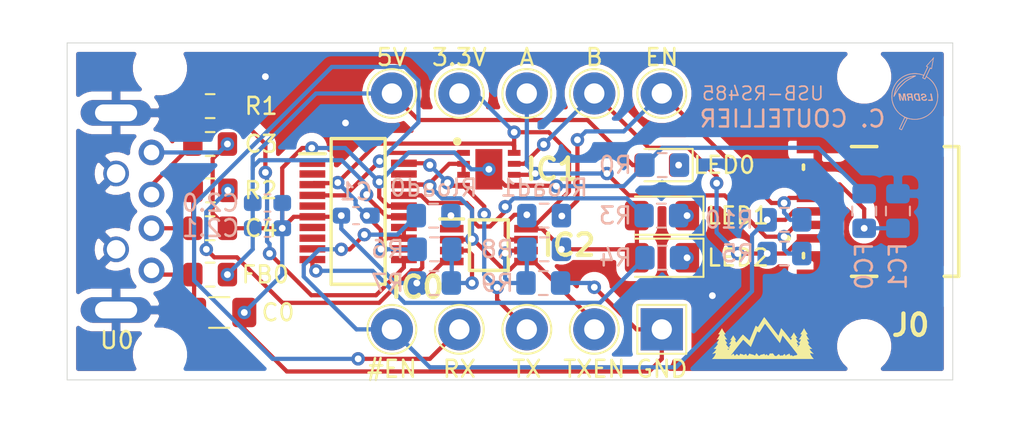
<source format=kicad_pcb>
(kicad_pcb (version 20171130) (host pcbnew "(5.1.0)-1")
  (layers (0 F.Cu signal) (31 B.Cu signal) (34 B.Paste user) (35 F.Paste user) (36 B.SilkS user) (37 F.SilkS user) (38 B.Mask user) (39 F.Mask user) (44 Edge.Cuts user))
  (net 0 "")
  (net 1 "Net-(A0-Pad1)")
  (net 2 "Net-(B0-Pad1)")
  (net 3 "Net-(C0-Pad1)")
  (net 4 GND)
  (net 5 /3.3V)
  (net 6 /5V)
  (net 7 /D+)
  (net 8 /D-)
  (net 9 /ENABLE)
  (net 10 "Net-(FC0-Pad1)")
  (net 11 /SHIELD)
  (net 12 "Net-(IC0-Pad1)")
  (net 13 "Net-(IC0-Pad2)")
  (net 14 "Net-(IC0-Pad4)")
  (net 15 "Net-(IC0-Pad5)")
  (net 16 "Net-(IC0-Pad7)")
  (net 17 "Net-(IC0-Pad8)")
  (net 18 "Net-(IC0-Pad9)")
  (net 19 "Net-(IC0-Pad10)")
  (net 20 "Net-(IC0-Pad11)")
  (net 21 "Net-(IC0-Pad12)")
  (net 22 "Net-(IC0-Pad17)")
  (net 23 /TXDEN)
  (net 24 "Net-(IC0-Pad19)")
  (net 25 "Net-(IC0-Pad20)")
  (net 26 "Net-(IC2-Pad1)")
  (net 27 "Net-(IC2-Pad3)")
  (net 28 "Net-(IC2-Pad6)")
  (net 29 "Net-(IC2-Pad7)")
  (net 30 /#ENABLE)
  (net 31 "Net-(LED0-Pad1)")
  (net 32 "Net-(LED1-Pad1)")
  (net 33 "Net-(LED2-Pad1)")
  (module Desktop:LSDRMpcb (layer B.Cu) (at 152.75 95.5 180)
    (fp_text reference G*** hide)
    (fp_text value LOGO hide)
  )
  (module Desktop:Mountain (layer F.Cu) (at 143.75 110)
    (fp_text reference G*** hide)
    (fp_text value LOGO hide)
  )
  (module MountingHole:MountingHole_2.2mm_M2 (layer F.Cu) (at 108 111)
    (fp_text reference REF**)
    (fp_text value MountingHole_2.2mm_M2)
    (pad 1 np_thru_hole circle (at 0 0) (size 2.2 2.2) (drill 2.2) (layers *.Cu *.Mask))
  )
  (module MountingHole:MountingHole_2.2mm_M2 (layer F.Cu) (at 108 94)
    (fp_text reference REF**)
    (fp_text value MountingHole_2.2mm_M2)
    (pad 1 np_thru_hole circle (at 0 0) (size 2.2 2.2) (drill 2.2) (layers *.Cu *.Mask))
  )
  (module MountingHole:MountingHole_2.2mm_M2 (layer F.Cu) (at 149.75 94.5)
    (fp_text reference REF**)
    (fp_text value MountingHole_2.2mm_M2)
    (pad 1 np_thru_hole circle (at 0 0) (size 2.2 2.2) (drill 2.2) (layers *.Cu *.Mask))
  )
  (module MountingHole:MountingHole_2.2mm_M2 (layer F.Cu) (at 149.75 110.5)
    (fp_text reference REF**)
    (fp_text value MountingHole_2.2mm_M2)
    (pad "" np_thru_hole circle (at 0 0) (size 2.2 2.2) (drill 2.2) (layers *.Cu *.Mask))
  )
  (module TestPoint:TestPoint_THTPad_D2.5mm_Drill1.2mm (layer F.Cu) (at 129.75 95.5)
    (fp_text reference A (at 0 -2.148) (layer F.SilkS))
    (fp_text value TestPoint)
    (pad 1 thru_hole circle (at 0 0) (size 2.5 2.5) (drill 1.2) (layers *.Cu *.Mask) (net 1 "Net-(A0-Pad1)"))
  )
  (module TestPoint:TestPoint_THTPad_D2.5mm_Drill1.2mm (layer F.Cu) (at 133.75 95.5)
    (fp_text reference B (at 0 -2.148) (layer F.SilkS))
    (fp_text value TestPoint)
    (pad 1 thru_hole circle (at 0 0) (size 2.5 2.5) (drill 1.2) (layers *.Cu *.Mask) (net 2 "Net-(B0-Pad1)"))
  )
  (module Capacitor_SMD:C_1206_3216Metric_Pad1.42x1.75mm_HandSolder (layer F.Cu) (at 111.5125 108.5)
    (fp_text reference C0 (at 3.4875 0) (layer F.SilkS))
    (fp_text value 10n)
    (pad 1 smd roundrect (at -1.4875 0) (size 1.425 1.75) (layers F.Cu F.Paste F.Mask) (roundrect_rratio 0.175439) (net 3 "Net-(C0-Pad1)"))
    (pad 2 smd roundrect (at 1.4875 0) (size 1.425 1.75) (layers F.Cu F.Paste F.Mask) (roundrect_rratio 0.175439) (net 4 GND))
  )
  (module Capacitor_SMD:C_0603_1608Metric_Pad1.05x0.95mm_HandSolder (layer B.Cu) (at 119.625 102.75 180)
    (fp_text reference C1 (at 0 1.43 180) (layer B.SilkS) (effects (justify mirror)))
    (fp_text value 0.1u)
    (pad 2 smd roundrect (at 0.875 0 180) (size 1.05 0.95) (layers B.Cu B.Paste B.Mask) (net 4 GND))
    (pad 1 smd roundrect (at -0.875 0 180) (size 1.05 0.95) (layers B.Cu B.Paste B.Mask) (net 5 /3.3V))
  )
  (module Capacitor_SMD:C_0603_1608Metric_Pad1.05x0.95mm_HandSolder (layer B.Cu) (at 114.375 103.5)
    (fp_text reference C2.1 (at -3.375 0) (layer B.SilkS) (effects (justify mirror)))
    (fp_text value 0.1u)
    (pad 1 smd roundrect (at -0.875 0) (size 1.05 0.95) (layers B.Cu B.Paste B.Mask) (net 6 /5V))
    (pad 2 smd roundrect (at 0.875 0) (size 1.05 0.95) (layers B.Cu B.Paste B.Mask) (net 4 GND))
  )
  (module Capacitor_SMD:C_0603_1608Metric_Pad1.05x0.95mm_HandSolder (layer B.Cu) (at 114.375 102)
    (fp_text reference C2.0 (at -3.375 0) (layer B.SilkS) (effects (justify mirror)))
    (fp_text value 4.7u)
    (pad 1 smd roundrect (at -0.875 0) (size 1.05 0.95) (layers B.Cu B.Paste B.Mask) (net 6 /5V))
    (pad 2 smd roundrect (at 0.875 0) (size 1.05 0.95) (layers B.Cu B.Paste B.Mask) (net 4 GND))
  )
  (module Capacitor_SMD:C_0805_2012Metric_Pad1.15x1.40mm_HandSolder (layer F.Cu) (at 110.975 98.5 180)
    (fp_text reference C3 (at -3.025 0 180) (layer F.SilkS))
    (fp_text value 47p)
    (pad 2 smd roundrect (at 1.025 0 180) (size 1.15 1.4) (layers F.Cu F.Paste F.Mask) (roundrect_rratio 0.217391) (net 7 /D+))
    (pad 1 smd roundrect (at -1.025 0 180) (size 1.15 1.4) (layers F.Cu F.Paste F.Mask) (roundrect_rratio 0.217391) (net 4 GND))
  )
  (module Capacitor_SMD:C_0805_2012Metric_Pad1.15x1.40mm_HandSolder (layer F.Cu) (at 110.975 103.5)
    (fp_text reference C4 (at 3.025 0) (layer F.SilkS))
    (fp_text value 47p)
    (pad 1 smd roundrect (at -1.025 0) (size 1.15 1.4) (layers F.Cu F.Paste F.Mask) (roundrect_rratio 0.217391) (net 8 /D-))
    (pad 2 smd roundrect (at 1.025 0) (size 1.15 1.4) (layers F.Cu F.Paste F.Mask) (roundrect_rratio 0.217391) (net 4 GND))
  )
  (module TestPoint:TestPoint_THTPad_D2.5mm_Drill1.2mm (layer F.Cu) (at 137.75 95.5)
    (fp_text reference EN (at 0 -2.148) (layer F.SilkS))
    (fp_text value TestPoint)
    (pad 1 thru_hole circle (at 0 0) (size 2.5 2.5) (drill 1.2) (layers *.Cu *.Mask) (net 9 /ENABLE))
  )
  (module Inductor_SMD:L_0805_2012Metric_Pad1.15x1.40mm_HandSolder (layer F.Cu) (at 110.975 106.25 180)
    (fp_text reference FB0 (at -3.275 0 180) (layer F.SilkS))
    (fp_text value Ferrite_Bead_Small)
    (pad 1 smd roundrect (at -1.025 0 180) (size 1.15 1.4) (layers F.Cu F.Paste F.Mask) (roundrect_rratio 0.217391) (net 6 /5V))
    (pad 2 smd roundrect (at 1.025 0 180) (size 1.15 1.4) (layers F.Cu F.Paste F.Mask) (roundrect_rratio 0.217391) (net 3 "Net-(C0-Pad1)"))
  )
  (module Resistor_SMD:R_0805_2012Metric_Pad1.15x1.40mm_HandSolder (layer B.Cu) (at 149.75 102.475 90)
    (fp_text reference FC0 (at -3.275 0 90) (layer B.SilkS) (effects (justify mirror)))
    (fp_text value R)
    (pad 2 smd roundrect (at 1.025 0 90) (size 1.15 1.4) (layers B.Cu B.Paste B.Mask) (roundrect_rratio 0.217391) (net 4 GND))
    (pad 1 smd roundrect (at -1.025 0 90) (size 1.15 1.4) (layers B.Cu B.Paste B.Mask) (roundrect_rratio 0.217391) (net 10 "Net-(FC0-Pad1)"))
  )
  (module Resistor_SMD:R_0805_2012Metric_Pad1.15x1.40mm_HandSolder (layer B.Cu) (at 151.75 102.475 90)
    (fp_text reference FC1 (at -3.275 0 90) (layer B.SilkS) (effects (justify mirror)))
    (fp_text value R)
    (pad 1 smd roundrect (at -1.025 0 90) (size 1.15 1.4) (layers B.Cu B.Paste B.Mask) (roundrect_rratio 0.217391) (net 10 "Net-(FC0-Pad1)"))
    (pad 2 smd roundrect (at 1.025 0 90) (size 1.15 1.4) (layers B.Cu B.Paste B.Mask) (roundrect_rratio 0.217391) (net 11 /SHIELD))
  )
  (module TestPoint:TestPoint_THTPad_2.5x2.5mm_Drill1.2mm (layer F.Cu) (at 137.75 109.5)
    (fp_text reference GND (at 0 2.352) (layer F.SilkS))
    (fp_text value TestPoint)
    (pad 1 thru_hole rect (at 0 0) (size 2.5 2.5) (drill 1.2) (layers *.Cu *.Mask) (net 4 GND))
  )
  (module SamacSys_Parts:SOP64P599X175-20N (layer F.Cu) (at 119.75 102.5)
    (fp_text reference IC0 (at 3.5 4.5) (layer F.SilkS) (effects (font (size 1.27 1.27) (thickness 0.254))))
    (fp_text value FT231XS-R hide)
    (pad 1 smd rect (at -2.712 -2.858 90) (size 0.435 1.526) (layers F.Cu F.Paste F.Mask) (net 12 "Net-(IC0-Pad1)"))
    (pad 2 smd rect (at -2.712 -2.222 90) (size 0.435 1.526) (layers F.Cu F.Paste F.Mask) (net 13 "Net-(IC0-Pad2)"))
    (pad 3 smd rect (at -2.712 -1.588 90) (size 0.435 1.526) (layers F.Cu F.Paste F.Mask) (net 5 /3.3V))
    (pad 4 smd rect (at -2.712 -0.952 90) (size 0.435 1.526) (layers F.Cu F.Paste F.Mask) (net 14 "Net-(IC0-Pad4)"))
    (pad 5 smd rect (at -2.712 -0.318 90) (size 0.435 1.526) (layers F.Cu F.Paste F.Mask) (net 15 "Net-(IC0-Pad5)"))
    (pad 6 smd rect (at -2.712 0.318 90) (size 0.435 1.526) (layers F.Cu F.Paste F.Mask) (net 4 GND))
    (pad 7 smd rect (at -2.712 0.952 90) (size 0.435 1.526) (layers F.Cu F.Paste F.Mask) (net 16 "Net-(IC0-Pad7)"))
    (pad 8 smd rect (at -2.712 1.588 90) (size 0.435 1.526) (layers F.Cu F.Paste F.Mask) (net 17 "Net-(IC0-Pad8)"))
    (pad 9 smd rect (at -2.712 2.222 90) (size 0.435 1.526) (layers F.Cu F.Paste F.Mask) (net 18 "Net-(IC0-Pad9)"))
    (pad 10 smd rect (at -2.712 2.858 90) (size 0.435 1.526) (layers F.Cu F.Paste F.Mask) (net 19 "Net-(IC0-Pad10)"))
    (pad 11 smd rect (at 2.712 2.858 90) (size 0.435 1.526) (layers F.Cu F.Paste F.Mask) (net 20 "Net-(IC0-Pad11)"))
    (pad 12 smd rect (at 2.712 2.222 90) (size 0.435 1.526) (layers F.Cu F.Paste F.Mask) (net 21 "Net-(IC0-Pad12)"))
    (pad 13 smd rect (at 2.712 1.588 90) (size 0.435 1.526) (layers F.Cu F.Paste F.Mask) (net 5 /3.3V))
    (pad 14 smd rect (at 2.712 0.952 90) (size 0.435 1.526) (layers F.Cu F.Paste F.Mask) (net 5 /3.3V))
    (pad 15 smd rect (at 2.712 0.318 90) (size 0.435 1.526) (layers F.Cu F.Paste F.Mask) (net 6 /5V))
    (pad 16 smd rect (at 2.712 -0.318 90) (size 0.435 1.526) (layers F.Cu F.Paste F.Mask) (net 4 GND))
    (pad 17 smd rect (at 2.712 -0.952 90) (size 0.435 1.526) (layers F.Cu F.Paste F.Mask) (net 22 "Net-(IC0-Pad17)"))
    (pad 18 smd rect (at 2.712 -1.588 90) (size 0.435 1.526) (layers F.Cu F.Paste F.Mask) (net 23 /TXDEN))
    (pad 19 smd rect (at 2.712 -2.222 90) (size 0.435 1.526) (layers F.Cu F.Paste F.Mask) (net 24 "Net-(IC0-Pad19)"))
    (pad 20 smd rect (at 2.712 -2.858 90) (size 0.435 1.526) (layers F.Cu F.Paste F.Mask) (net 25 "Net-(IC0-Pad20)"))
  )
  (module SamacSys_Parts:SON65P300X300X80-9N (layer F.Cu) (at 127.5 100)
    (fp_text reference IC1 (at 3.75 0) (layer F.SilkS) (effects (font (size 1.27 1.27) (thickness 0.254))))
    (fp_text value MAX14840EATA+ hide)
    (pad 1 smd rect (at -1.5 -0.975 90) (size 0.35 0.75) (layers F.Cu F.Paste F.Mask) (net 14 "Net-(IC0-Pad4)"))
    (pad 2 smd rect (at -1.5 -0.325 90) (size 0.35 0.75) (layers F.Cu F.Paste F.Mask) (net 23 /TXDEN))
    (pad 3 smd rect (at -1.5 0.325 90) (size 0.35 0.75) (layers F.Cu F.Paste F.Mask) (net 23 /TXDEN))
    (pad 4 smd rect (at -1.5 0.975 90) (size 0.35 0.75) (layers F.Cu F.Paste F.Mask) (net 25 "Net-(IC0-Pad20)"))
    (pad 5 smd rect (at 1.5 0.975 90) (size 0.35 0.75) (layers F.Cu F.Paste F.Mask) (net 4 GND))
    (pad 6 smd rect (at 1.5 0.325 90) (size 0.35 0.75) (layers F.Cu F.Paste F.Mask) (net 1 "Net-(A0-Pad1)"))
    (pad 7 smd rect (at 1.5 -0.325 90) (size 0.35 0.75) (layers F.Cu F.Paste F.Mask) (net 2 "Net-(B0-Pad1)"))
    (pad 8 smd rect (at 1.5 -0.975 90) (size 0.35 0.75) (layers F.Cu F.Paste F.Mask) (net 5 /3.3V))
    (pad 9 smd rect (at 0 0) (size 1.6 2.4) (layers F.Cu F.Paste F.Mask) (net 4 GND))
  )
  (module SamacSys_Parts:SOP65P490X110-8N (layer F.Cu) (at 127.5 104.5)
    (fp_text reference IC2 (at 4.75 0) (layer F.SilkS) (effects (font (size 1.27 1.27) (thickness 0.254))))
    (fp_text value NCS20032DMR2G hide)
    (pad 1 smd rect (at -2.2 -0.975 90) (size 0.45 1.4) (layers F.Cu F.Paste F.Mask) (net 26 "Net-(IC2-Pad1)"))
    (pad 2 smd rect (at -2.2 -0.325 90) (size 0.45 1.4) (layers F.Cu F.Paste F.Mask) (net 23 /TXDEN))
    (pad 3 smd rect (at -2.2 0.325 90) (size 0.45 1.4) (layers F.Cu F.Paste F.Mask) (net 27 "Net-(IC2-Pad3)"))
    (pad 4 smd rect (at -2.2 0.975 90) (size 0.45 1.4) (layers F.Cu F.Paste F.Mask) (net 4 GND))
    (pad 5 smd rect (at 2.2 0.975 90) (size 0.45 1.4) (layers F.Cu F.Paste F.Mask) (net 23 /TXDEN))
    (pad 6 smd rect (at 2.2 0.325 90) (size 0.45 1.4) (layers F.Cu F.Paste F.Mask) (net 28 "Net-(IC2-Pad6)"))
    (pad 7 smd rect (at 2.2 -0.325 90) (size 0.45 1.4) (layers F.Cu F.Paste F.Mask) (net 29 "Net-(IC2-Pad7)"))
    (pad 8 smd rect (at 2.2 -0.975 90) (size 0.45 1.4) (layers F.Cu F.Paste F.Mask) (net 5 /3.3V))
  )
  (module TestPoint:TestPoint_THTPad_D2.5mm_Drill1.2mm (layer F.Cu) (at 121.75 109.5)
    (fp_text reference "#EN" (at 0 2.352) (layer F.SilkS))
    (fp_text value TestPoint)
    (pad 1 thru_hole circle (at 0 0) (size 2.5 2.5) (drill 1.2) (layers *.Cu *.Mask) (net 30 /#ENABLE))
  )
  (module SamacSys_Parts:USB206605RBHM15STB0000A (layer F.Cu) (at 152.5 102.5 90)
    (fp_text reference J0 (at -6.75 0 180) (layer F.SilkS) (effects (font (size 1.27 1.27) (thickness 0.254))))
    (fp_text value USB2066-05-RBHM-15-STB-00-00-A hide)
    (pad 1 smd rect (at -1.6 -5.6 90) (size 0.5 2.3) (layers F.Cu F.Paste F.Mask) (net 2 "Net-(B0-Pad1)"))
    (pad 2 smd rect (at -0.8 -5.6 90) (size 0.5 2.3) (layers F.Cu F.Paste F.Mask) (net 1 "Net-(A0-Pad1)"))
    (pad 3 smd rect (at 0 -5.6 90) (size 0.5 2.3) (layers F.Cu F.Paste F.Mask) (net 30 /#ENABLE))
    (pad 4 smd rect (at 0.8 -5.6 90) (size 0.5 2.3) (layers F.Cu F.Paste F.Mask) (net 9 /ENABLE))
    (pad 5 smd rect (at 1.6 -5.6 90) (size 0.5 2.3) (layers F.Cu F.Paste F.Mask) (net 10 "Net-(FC0-Pad1)"))
    (pad MP1 smd rect (at -4.45 -5.5 90) (size 2 2.5) (layers F.Cu F.Paste F.Mask) (net 11 /SHIELD))
    (pad MP2 smd rect (at 4.45 -5.5 90) (size 2 2.5) (layers F.Cu F.Paste F.Mask) (net 11 /SHIELD))
    (pad MP3 smd rect (at 4.45 0 90) (size 2 2.5) (layers F.Cu F.Paste F.Mask) (net 11 /SHIELD))
    (pad MP4 smd rect (at -4.45 0 90) (size 2 2.5) (layers F.Cu F.Paste F.Mask) (net 11 /SHIELD))
  )
  (module LED_SMD:LED_0805_2012Metric_Pad1.15x1.40mm_HandSolder (layer F.Cu) (at 137.725 99.75 180)
    (fp_text reference LED0 (at -3.725 0 180) (layer F.SilkS))
    (fp_text value "LG R971")
    (pad 1 smd roundrect (at -1.025 0 180) (size 1.15 1.4) (layers F.Cu F.Paste F.Mask) (roundrect_rratio 0.217391) (net 31 "Net-(LED0-Pad1)"))
    (pad 2 smd roundrect (at 1.025 0 180) (size 1.15 1.4) (layers F.Cu F.Paste F.Mask) (roundrect_rratio 0.217391) (net 6 /5V))
  )
  (module LED_SMD:LED_1206_3216Metric_Pad1.42x1.75mm_HandSolder (layer F.Cu) (at 137.7625 102.75 180)
    (fp_text reference LED1 (at -4.5125 0 180) (layer F.SilkS))
    (fp_text value KP-3216SURC)
    (pad 1 smd roundrect (at -1.4875 0 180) (size 1.425 1.75) (layers F.Cu F.Paste F.Mask) (roundrect_rratio 0.175439) (net 32 "Net-(LED1-Pad1)"))
    (pad 2 smd roundrect (at 1.4875 0 180) (size 1.425 1.75) (layers F.Cu F.Paste F.Mask) (roundrect_rratio 0.175439) (net 5 /3.3V))
  )
  (module LED_SMD:LED_1206_3216Metric_Pad1.42x1.75mm_HandSolder (layer F.Cu) (at 137.7625 105.25 180)
    (fp_text reference LED2 (at -4.5125 0 180) (layer F.SilkS))
    (fp_text value KP-3216SURC)
    (pad 2 smd roundrect (at 1.4875 0 180) (size 1.425 1.75) (layers F.Cu F.Paste F.Mask) (roundrect_rratio 0.175439) (net 5 /3.3V))
    (pad 1 smd roundrect (at -1.4875 0 180) (size 1.425 1.75) (layers F.Cu F.Paste F.Mask) (roundrect_rratio 0.175439) (net 33 "Net-(LED2-Pad1)"))
  )
  (module TestPoint:TestPoint_THTPad_D2.5mm_Drill1.2mm (layer F.Cu) (at 121.75 95.5)
    (fp_text reference 5V (at 0 -2.148) (layer F.SilkS))
    (fp_text value TestPoint)
    (pad 1 thru_hole circle (at 0 0) (size 2.5 2.5) (drill 1.2) (layers *.Cu *.Mask) (net 6 /5V))
  )
  (module TestPoint:TestPoint_THTPad_D2.5mm_Drill1.2mm (layer F.Cu) (at 125.75 95.5)
    (fp_text reference 3.3V (at 0 -2.148) (layer F.SilkS))
    (fp_text value TestPoint)
    (pad 1 thru_hole circle (at 0 0) (size 2.5 2.5) (drill 1.2) (layers *.Cu *.Mask) (net 5 /3.3V))
  )
  (module Resistor_SMD:R_0805_2012Metric_Pad1.15x1.40mm_HandSolder (layer B.Cu) (at 137.775 99.75)
    (fp_text reference R0 (at -2.775 0) (layer B.SilkS) (effects (justify mirror)))
    (fp_text value 130)
    (pad 2 smd roundrect (at 1.025 0) (size 1.15 1.4) (layers B.Cu B.Paste B.Mask) (roundrect_rratio 0.217391) (net 31 "Net-(LED0-Pad1)"))
    (pad 1 smd roundrect (at -1.025 0) (size 1.15 1.4) (layers B.Cu B.Paste B.Mask) (roundrect_rratio 0.217391) (net 4 GND))
  )
  (module Resistor_SMD:R_0805_2012Metric_Pad1.15x1.40mm_HandSolder (layer F.Cu) (at 110.975 96.25 180)
    (fp_text reference R1 (at -3.025 0 180) (layer F.SilkS))
    (fp_text value 27)
    (pad 1 smd roundrect (at -1.025 0 180) (size 1.15 1.4) (layers F.Cu F.Paste F.Mask) (roundrect_rratio 0.217391) (net 20 "Net-(IC0-Pad11)"))
    (pad 2 smd roundrect (at 1.025 0 180) (size 1.15 1.4) (layers F.Cu F.Paste F.Mask) (roundrect_rratio 0.217391) (net 7 /D+))
  )
  (module Resistor_SMD:R_0805_2012Metric_Pad1.15x1.40mm_HandSolder (layer F.Cu) (at 111 101.25 180)
    (fp_text reference R2 (at -2.975 0 180) (layer F.SilkS))
    (fp_text value 27)
    (pad 2 smd roundrect (at 1.025 0 180) (size 1.15 1.4) (layers F.Cu F.Paste F.Mask) (roundrect_rratio 0.217391) (net 8 /D-))
    (pad 1 smd roundrect (at -1.025 0 180) (size 1.15 1.4) (layers F.Cu F.Paste F.Mask) (roundrect_rratio 0.217391) (net 21 "Net-(IC0-Pad12)"))
  )
  (module Resistor_SMD:R_0805_2012Metric_Pad1.15x1.40mm_HandSolder (layer B.Cu) (at 137.725 102.75)
    (fp_text reference R3 (at -2.725 0) (layer B.SilkS) (effects (justify mirror)))
    (fp_text value 68)
    (pad 1 smd roundrect (at -1.025 0) (size 1.15 1.4) (layers B.Cu B.Paste B.Mask) (roundrect_rratio 0.217391) (net 22 "Net-(IC0-Pad17)"))
    (pad 2 smd roundrect (at 1.025 0) (size 1.15 1.4) (layers B.Cu B.Paste B.Mask) (roundrect_rratio 0.217391) (net 32 "Net-(LED1-Pad1)"))
  )
  (module Resistor_SMD:R_0805_2012Metric_Pad1.15x1.40mm_HandSolder (layer B.Cu) (at 137.775 105.25)
    (fp_text reference R4 (at -2.775 0) (layer B.SilkS) (effects (justify mirror)))
    (fp_text value 68)
    (pad 1 smd roundrect (at -1.025 0) (size 1.15 1.4) (layers B.Cu B.Paste B.Mask) (roundrect_rratio 0.217391) (net 19 "Net-(IC0-Pad10)"))
    (pad 2 smd roundrect (at 1.025 0) (size 1.15 1.4) (layers B.Cu B.Paste B.Mask) (roundrect_rratio 0.217391) (net 33 "Net-(LED2-Pad1)"))
  )
  (module Resistor_SMD:R_0805_2012Metric_Pad1.15x1.40mm_HandSolder (layer B.Cu) (at 145.025 105)
    (fp_text reference R5 (at -2.775 0) (layer B.SilkS) (effects (justify mirror)))
    (fp_text value 120)
    (pad 2 smd roundrect (at 1.025 0) (size 1.15 1.4) (layers B.Cu B.Paste B.Mask) (roundrect_rratio 0.217391) (net 1 "Net-(A0-Pad1)"))
    (pad 1 smd roundrect (at -1.025 0) (size 1.15 1.4) (layers B.Cu B.Paste B.Mask) (roundrect_rratio 0.217391) (net 2 "Net-(B0-Pad1)"))
  )
  (module Resistor_SMD:R_0805_2012Metric_Pad1.15x1.40mm_HandSolder (layer B.Cu) (at 124.275 104.75 180)
    (fp_text reference R6 (at 2.775 0 180) (layer B.SilkS) (effects (justify mirror)))
    (fp_text value 1M)
    (pad 2 smd roundrect (at 1.025 0 180) (size 1.15 1.4) (layers B.Cu B.Paste B.Mask) (roundrect_rratio 0.217391) (net 5 /3.3V))
    (pad 1 smd roundrect (at -1.025 0 180) (size 1.15 1.4) (layers B.Cu B.Paste B.Mask) (roundrect_rratio 0.217391) (net 27 "Net-(IC2-Pad3)"))
  )
  (module Resistor_SMD:R_0805_2012Metric_Pad1.15x1.40mm_HandSolder (layer B.Cu) (at 124.25 106.75 180)
    (fp_text reference R7 (at 2.75 0 180) (layer B.SilkS) (effects (justify mirror)))
    (fp_text value 1M)
    (pad 1 smd roundrect (at -1.025 0 180) (size 1.15 1.4) (layers B.Cu B.Paste B.Mask) (roundrect_rratio 0.217391) (net 27 "Net-(IC2-Pad3)"))
    (pad 2 smd roundrect (at 1.025 0 180) (size 1.15 1.4) (layers B.Cu B.Paste B.Mask) (roundrect_rratio 0.217391) (net 4 GND))
  )
  (module Resistor_SMD:R_0805_2012Metric_Pad1.15x1.40mm_HandSolder (layer B.Cu) (at 130.775 104.75 180)
    (fp_text reference R8 (at 2.775 0 180) (layer B.SilkS) (effects (justify mirror)))
    (fp_text value 1M)
    (pad 2 smd roundrect (at 1.025 0 180) (size 1.15 1.4) (layers B.Cu B.Paste B.Mask) (roundrect_rratio 0.217391) (net 28 "Net-(IC2-Pad6)"))
    (pad 1 smd roundrect (at -1.025 0 180) (size 1.15 1.4) (layers B.Cu B.Paste B.Mask) (roundrect_rratio 0.217391) (net 5 /3.3V))
  )
  (module Resistor_SMD:R_0805_2012Metric_Pad1.15x1.40mm_HandSolder (layer B.Cu) (at 130.725 106.75)
    (fp_text reference R9 (at -2.725 0) (layer B.SilkS) (effects (justify mirror)))
    (fp_text value 1M)
    (pad 1 smd roundrect (at -1.025 0) (size 1.15 1.4) (layers B.Cu B.Paste B.Mask) (roundrect_rratio 0.217391) (net 28 "Net-(IC2-Pad6)"))
    (pad 2 smd roundrect (at 1.025 0) (size 1.15 1.4) (layers B.Cu B.Paste B.Mask) (roundrect_rratio 0.217391) (net 4 GND))
  )
  (module Resistor_SMD:R_0805_2012Metric_Pad1.15x1.40mm_HandSolder (layer B.Cu) (at 145.025 103)
    (fp_text reference R10 (at -3.275 0) (layer B.SilkS) (effects (justify mirror)))
    (fp_text value 120)
    (pad 1 smd roundrect (at -1.025 0) (size 1.15 1.4) (layers B.Cu B.Paste B.Mask) (roundrect_rratio 0.217391) (net 30 /#ENABLE))
    (pad 2 smd roundrect (at 1.025 0) (size 1.15 1.4) (layers B.Cu B.Paste B.Mask) (roundrect_rratio 0.217391) (net 9 /ENABLE))
  )
  (module Resistor_SMD:R_0805_2012Metric_Pad1.15x1.40mm_HandSolder (layer B.Cu) (at 124.225 102.75 180)
    (fp_text reference Rload0 (at 0 1.65 180) (layer B.SilkS) (effects (justify mirror)))
    (fp_text value 10k)
    (pad 1 smd roundrect (at -1.025 0 180) (size 1.15 1.4) (layers B.Cu B.Paste B.Mask) (roundrect_rratio 0.217391) (net 26 "Net-(IC2-Pad1)"))
    (pad 2 smd roundrect (at 1.025 0 180) (size 1.15 1.4) (layers B.Cu B.Paste B.Mask) (roundrect_rratio 0.217391) (net 30 /#ENABLE))
  )
  (module Resistor_SMD:R_0805_2012Metric_Pad1.15x1.40mm_HandSolder (layer B.Cu) (at 130.775 102.75 180)
    (fp_text reference Rload1 (at 0 1.65 180) (layer B.SilkS) (effects (justify mirror)))
    (fp_text value 10k)
    (pad 2 smd roundrect (at 1.025 0 180) (size 1.15 1.4) (layers B.Cu B.Paste B.Mask) (roundrect_rratio 0.217391) (net 29 "Net-(IC2-Pad7)"))
    (pad 1 smd roundrect (at -1.025 0 180) (size 1.15 1.4) (layers B.Cu B.Paste B.Mask) (roundrect_rratio 0.217391) (net 9 /ENABLE))
  )
  (module TestPoint:TestPoint_THTPad_D2.5mm_Drill1.2mm (layer F.Cu) (at 125.75 109.5)
    (fp_text reference RX (at 0 2.352) (layer F.SilkS))
    (fp_text value TestPoint)
    (pad 1 thru_hole circle (at 0 0) (size 2.5 2.5) (drill 1.2) (layers *.Cu *.Mask) (net 14 "Net-(IC0-Pad4)"))
  )
  (module TestPoint:TestPoint_THTPad_D2.5mm_Drill1.2mm (layer F.Cu) (at 133.75 109.5)
    (fp_text reference TXEN (at 0 2.352) (layer F.SilkS))
    (fp_text value TestPoint)
    (pad 1 thru_hole circle (at 0 0) (size 2.5 2.5) (drill 1.2) (layers *.Cu *.Mask) (net 23 /TXDEN))
  )
  (module TestPoint:TestPoint_THTPad_D2.5mm_Drill1.2mm (layer F.Cu) (at 129.75 109.5)
    (fp_text reference TX (at 0 2.352) (layer F.SilkS))
    (fp_text value TestPoint)
    (pad 1 thru_hole circle (at 0 0) (size 2.5 2.5) (drill 1.2) (layers *.Cu *.Mask) (net 25 "Net-(IC0-Pad20)"))
  )
  (module SamacSys_Parts:MC32603 (layer F.Cu) (at 107.5 102.5 270)
    (fp_text reference U0 (at 7.65 2.05) (layer F.SilkS))
    (fp_text value MC32603)
    (pad 3 thru_hole circle (at -1 0 270) (size 1.524 1.524) (drill 0.92) (layers *.Cu *.Mask) (net 7 /D+))
    (pad 2 thru_hole circle (at 1 0 270) (size 1.524 1.524) (drill 0.92) (layers *.Cu *.Mask) (net 8 /D-))
    (pad 4 thru_hole circle (at -3.5 0 270) (size 1.524 1.524) (drill 0.92) (layers *.Cu *.Mask) (net 4 GND))
    (pad 1 thru_hole circle (at 3.5 0 270) (size 1.524 1.524) (drill 0.92) (layers *.Cu *.Mask) (net 3 "Net-(C0-Pad1)"))
    (pad 5 thru_hole circle (at -2.25 2.1 270) (size 1.524 1.524) (drill 1.1) (layers *.Cu *.Mask) (net 11 /SHIELD))
    (pad 5 thru_hole circle (at 2.25 2.1 270) (size 1.524 1.524) (drill 1.1) (layers *.Cu *.Mask) (net 11 /SHIELD))
    (pad 5 thru_hole oval (at 5.85 2.1 270) (size 1.524 4.2) (drill oval 1 2.5) (layers *.Cu *.Mask) (net 11 /SHIELD))
    (pad 5 thru_hole oval (at -5.85 2.1 270) (size 1.524 4.2) (drill oval 1 2.5) (layers *.Cu *.Mask) (net 11 /SHIELD))
  )
  (gr_text "C. COUTELLIER" (at 145.5 97) (layer B.SilkS) (effects (font (size 1 1)) (justify mirror)))
  (gr_text USB-RS485 (at 143.75 95.5) (layer B.SilkS) (effects (font (size 0.8 0.8) (thickness 0.1)) (justify mirror)))
  (gr_line (start 155 112.5) (end 102.5 112.5) (layer Edge.Cuts) (width 0.05))
  (gr_line (start 155 92.5) (end 155 112.5) (layer Edge.Cuts) (width 0.05))
  (gr_line (start 102.5 92.5) (end 155 92.5) (layer Edge.Cuts) (width 0.05))
  (gr_line (start 102.5 92.5) (end 102.5 112.5) (layer Edge.Cuts) (width 0.05))
  (via (at 145 104) (size 0.8) (drill 0.4) (layers F.Cu B.Cu) (net 1))
  (segment (start 146.9 103.3) (end 145.7 103.3) (width 0.25) (layer F.Cu) (net 1))
  (segment (start 145.7 103.3) (end 145 104) (width 0.25) (layer F.Cu) (net 1))
  (segment (start 145 104) (end 145 104.75) (width 0.25) (layer B.Cu) (net 1))
  (segment (start 145.25 105) (end 146.05 105) (width 0.25) (layer B.Cu) (net 1))
  (segment (start 145 104.75) (end 145.25 105) (width 0.25) (layer B.Cu) (net 1))
  (via (at 130.25 100.25) (size 0.8) (drill 0.4) (layers F.Cu B.Cu) (net 1))
  (segment (start 129 100.325) (end 130.175 100.325) (width 0.25) (layer F.Cu) (net 1))
  (segment (start 130.175 100.325) (end 130.25 100.25) (width 0.25) (layer F.Cu) (net 1))
  (segment (start 129.75 99.75) (end 129.75 95.5) (width 0.25) (layer B.Cu) (net 1))
  (segment (start 130.25 100.25) (end 129.75 99.75) (width 0.25) (layer B.Cu) (net 1))
  (via (at 134.5 100.25) (size 0.8) (drill 0.4) (layers F.Cu B.Cu) (net 1))
  (segment (start 130.25 100.25) (end 134.5 100.25) (width 0.25) (layer B.Cu) (net 1))
  (segment (start 144.434315 104) (end 145 104) (width 0.25) (layer F.Cu) (net 1))
  (segment (start 143.926998 104) (end 144.434315 104) (width 0.25) (layer F.Cu) (net 1))
  (segment (start 141.476988 101.54999) (end 143.926998 104) (width 0.25) (layer F.Cu) (net 1))
  (segment (start 135.79999 101.54999) (end 141.476988 101.54999) (width 0.25) (layer F.Cu) (net 1))
  (segment (start 134.5 100.25) (end 135.79999 101.54999) (width 0.25) (layer F.Cu) (net 1))
  (via (at 144 105) (size 0.8) (drill 0.4) (layers F.Cu B.Cu) (net 2))
  (segment (start 145.1 105) (end 144 105) (width 0.25) (layer F.Cu) (net 2))
  (segment (start 146 104.1) (end 145.1 105) (width 0.25) (layer F.Cu) (net 2))
  (segment (start 146.9 104.1) (end 146 104.1) (width 0.25) (layer F.Cu) (net 2))
  (via (at 130.749848 98.525153) (size 0.8) (drill 0.4) (layers F.Cu B.Cu) (net 2))
  (segment (start 129 99.675) (end 129.600001 99.675) (width 0.25) (layer F.Cu) (net 2))
  (segment (start 129.600001 99.675) (end 130.749848 98.525153) (width 0.25) (layer F.Cu) (net 2))
  (segment (start 133.75 95.525001) (end 133.75 95.5) (width 0.25) (layer B.Cu) (net 2))
  (segment (start 130.749848 98.525153) (end 133.75 95.525001) (width 0.25) (layer B.Cu) (net 2))
  (via (at 141 100.82499) (size 0.8) (drill 0.4) (layers F.Cu B.Cu) (net 2))
  (segment (start 141 100.41181) (end 141 100.82499) (width 0.25) (layer F.Cu) (net 2))
  (segment (start 139.31318 98.72499) (end 141 100.41181) (width 0.25) (layer F.Cu) (net 2))
  (segment (start 133.75 95.5) (end 136.97499 98.72499) (width 0.25) (layer F.Cu) (net 2))
  (segment (start 136.97499 98.72499) (end 139.31318 98.72499) (width 0.25) (layer F.Cu) (net 2))
  (via (at 142.25 105) (size 0.8) (drill 0.4) (layers F.Cu B.Cu) (net 2))
  (segment (start 141 100.82499) (end 141 103.75) (width 0.25) (layer B.Cu) (net 2))
  (segment (start 141 103.75) (end 142.25 105) (width 0.25) (layer B.Cu) (net 2))
  (segment (start 142.25 105) (end 144 105) (width 0.25) (layer F.Cu) (net 2))
  (segment (start 110.025 106.325) (end 109.95 106.25) (width 0.25) (layer F.Cu) (net 3))
  (segment (start 110.025 108.5) (end 110.025 106.325) (width 0.25) (layer F.Cu) (net 3))
  (segment (start 107.75 106.25) (end 107.5 106) (width 0.25) (layer F.Cu) (net 3))
  (segment (start 109.95 106.25) (end 107.75 106.25) (width 0.25) (layer F.Cu) (net 3))
  (segment (start 115.25 102) (end 115.25 103.5) (width 0.25) (layer B.Cu) (net 4))
  (via (at 113 108.5) (size 0.8) (drill 0.4) (layers F.Cu B.Cu) (net 4))
  (segment (start 115.25 103.5) (end 115.25 106.25) (width 0.25) (layer B.Cu) (net 4))
  (segment (start 115.25 106.25) (end 113 108.5) (width 0.25) (layer B.Cu) (net 4))
  (via (at 112 98.5) (size 0.8) (drill 0.4) (layers F.Cu B.Cu) (net 4))
  (segment (start 107.5 99) (end 111.5 99) (width 0.25) (layer B.Cu) (net 4))
  (segment (start 111.5 99) (end 112 98.5) (width 0.25) (layer B.Cu) (net 4))
  (segment (start 111.376628 99.123372) (end 112 98.5) (width 0.25) (layer F.Cu) (net 4))
  (segment (start 111.12499 99.37501) (end 111.376628 99.123372) (width 0.25) (layer F.Cu) (net 4))
  (segment (start 111.12499 102.62499) (end 111.12499 99.37501) (width 0.25) (layer F.Cu) (net 4))
  (segment (start 112 103.5) (end 111.12499 102.62499) (width 0.25) (layer F.Cu) (net 4))
  (via (at 115.25 103.5) (size 0.8) (drill 0.4) (layers F.Cu B.Cu) (net 4))
  (segment (start 112 103.5) (end 115.25 103.5) (width 0.25) (layer F.Cu) (net 4))
  (segment (start 115.932 102.818) (end 115.25 103.5) (width 0.25) (layer F.Cu) (net 4))
  (segment (start 117.038 102.818) (end 115.932 102.818) (width 0.25) (layer F.Cu) (net 4))
  (via (at 118.75 102.75) (size 0.8) (drill 0.4) (layers F.Cu B.Cu) (net 4))
  (segment (start 117.038 102.818) (end 118.682 102.818) (width 0.25) (layer F.Cu) (net 4))
  (segment (start 118.682 102.818) (end 118.75 102.75) (width 0.25) (layer F.Cu) (net 4))
  (segment (start 128.475 100.975) (end 129 100.975) (width 0.25) (layer F.Cu) (net 4))
  (segment (start 127.5 100) (end 128.475 100.975) (width 0.25) (layer F.Cu) (net 4))
  (via (at 123.225 106.75) (size 0.8) (drill 0.4) (layers F.Cu B.Cu) (net 4))
  (segment (start 123.55 106.75) (end 123.225 106.75) (width 0.25) (layer F.Cu) (net 4))
  (segment (start 124.825 105.475) (end 123.55 106.75) (width 0.25) (layer F.Cu) (net 4))
  (segment (start 125.3 105.475) (end 124.825 105.475) (width 0.25) (layer F.Cu) (net 4))
  (segment (start 122.55 106.75) (end 123.225 106.75) (width 0.25) (layer B.Cu) (net 4))
  (segment (start 121.967412 106.75) (end 122.55 106.75) (width 0.25) (layer B.Cu) (net 4))
  (segment (start 118.75 103.532588) (end 121.967412 106.75) (width 0.25) (layer B.Cu) (net 4))
  (segment (start 118.75 102.75) (end 118.75 103.532588) (width 0.25) (layer B.Cu) (net 4))
  (via (at 121 100.75) (size 0.8) (drill 0.4) (layers F.Cu B.Cu) (net 4))
  (segment (start 121 101.651502) (end 121 100.75) (width 0.25) (layer F.Cu) (net 4))
  (segment (start 122.462 102.182) (end 121.530498 102.182) (width 0.25) (layer F.Cu) (net 4))
  (segment (start 121.530498 102.182) (end 121 101.651502) (width 0.25) (layer F.Cu) (net 4))
  (via (at 117 98.736998) (size 0.8) (drill 0.4) (layers F.Cu B.Cu) (net 4))
  (segment (start 121 100.75) (end 118.986998 98.736998) (width 0.25) (layer B.Cu) (net 4))
  (segment (start 118.986998 98.736998) (end 117 98.736998) (width 0.25) (layer B.Cu) (net 4))
  (segment (start 115.25 99.921313) (end 115.25 103.5) (width 0.25) (layer F.Cu) (net 4))
  (segment (start 117 98.736998) (end 116.434315 98.736998) (width 0.25) (layer F.Cu) (net 4))
  (segment (start 116.434315 98.736998) (end 115.25 99.921313) (width 0.25) (layer F.Cu) (net 4))
  (via (at 127.5 100) (size 0.8) (drill 0.4) (layers F.Cu B.Cu) (net 4))
  (segment (start 129.025 101) (end 129 100.975) (width 0.25) (layer F.Cu) (net 4))
  (via (at 133.75 107) (size 0.8) (drill 0.4) (layers F.Cu B.Cu) (net 4))
  (segment (start 131.75 106.75) (end 133.5 106.75) (width 0.25) (layer B.Cu) (net 4))
  (segment (start 133.5 106.75) (end 133.75 107) (width 0.25) (layer B.Cu) (net 4))
  (segment (start 133.75 107) (end 136.25 109.5) (width 0.25) (layer F.Cu) (net 4))
  (via (at 131.5 100.99999) (size 0.8) (drill 0.4) (layers F.Cu B.Cu) (net 4))
  (segment (start 129 100.975) (end 131.47501 100.975) (width 0.25) (layer F.Cu) (net 4))
  (segment (start 131.47501 100.975) (end 131.5 100.99999) (width 0.25) (layer F.Cu) (net 4))
  (segment (start 131.5 100.99999) (end 135.50001 100.99999) (width 0.25) (layer B.Cu) (net 4))
  (segment (start 135.50001 100.99999) (end 136.75 99.75) (width 0.25) (layer B.Cu) (net 4))
  (segment (start 113 109.475) (end 115.525 112) (width 0.25) (layer F.Cu) (net 4))
  (segment (start 113 108.5) (end 113 109.475) (width 0.25) (layer F.Cu) (net 4))
  (segment (start 136.25 109.5) (end 137.75 109.5) (width 0.25) (layer F.Cu) (net 4))
  (segment (start 115.525 112) (end 137 112) (width 0.25) (layer F.Cu) (net 4))
  (segment (start 137.75 111.25) (end 137.75 109.5) (width 0.25) (layer F.Cu) (net 4))
  (segment (start 137 112) (end 137.75 111.25) (width 0.25) (layer F.Cu) (net 4))
  (segment (start 149.126628 100.826628) (end 149.75 101.45) (width 0.25) (layer B.Cu) (net 4))
  (segment (start 147.02499 98.72499) (end 149.126628 100.826628) (width 0.25) (layer B.Cu) (net 4))
  (segment (start 137.77501 98.72499) (end 147.02499 98.72499) (width 0.25) (layer B.Cu) (net 4))
  (segment (start 136.75 99.75) (end 137.77501 98.72499) (width 0.25) (layer B.Cu) (net 4))
  (segment (start 121 100.75) (end 122.75 99) (width 0.25) (layer B.Cu) (net 4))
  (segment (start 126.45 100) (end 127.5 100) (width 0.25) (layer B.Cu) (net 4))
  (segment (start 125.45 99) (end 126.45 100) (width 0.25) (layer B.Cu) (net 4))
  (segment (start 122.75 99) (end 125.45 99) (width 0.25) (layer B.Cu) (net 4))
  (via (at 120.25 102.75) (size 0.8) (drill 0.4) (layers F.Cu B.Cu) (net 5))
  (segment (start 122.462 103.452) (end 122.462 104.088) (width 0.25) (layer F.Cu) (net 5))
  (segment (start 117.127 100.823) (end 117.038 100.912) (width 0.25) (layer F.Cu) (net 5))
  (segment (start 118.510488 100.823) (end 117.127 100.823) (width 0.25) (layer F.Cu) (net 5))
  (segment (start 118.910487 100.423001) (end 118.541744 100.791744) (width 0.25) (layer F.Cu) (net 5))
  (segment (start 120.858489 98.474999) (end 118.910487 100.423001) (width 0.25) (layer F.Cu) (net 5))
  (segment (start 128.874999 98.474999) (end 120.858489 98.474999) (width 0.25) (layer F.Cu) (net 5))
  (segment (start 129 98.6) (end 128.874999 98.474999) (width 0.25) (layer F.Cu) (net 5))
  (segment (start 129 99.025) (end 129 98.6) (width 0.25) (layer F.Cu) (net 5))
  (segment (start 130.175 103.525) (end 129.7 103.525) (width 0.25) (layer F.Cu) (net 5))
  (via (at 131.8 104.75) (size 0.8) (drill 0.4) (layers F.Cu B.Cu) (net 5))
  (segment (start 131.8 104.675) (end 131.8 104.75) (width 0.25) (layer F.Cu) (net 5))
  (segment (start 130.65 103.525) (end 131.8 104.675) (width 0.25) (layer F.Cu) (net 5))
  (segment (start 129.7 103.525) (end 130.65 103.525) (width 0.25) (layer F.Cu) (net 5))
  (segment (start 135.775 104.75) (end 136.275 105.25) (width 0.25) (layer F.Cu) (net 5))
  (segment (start 131.8 104.75) (end 135.775 104.75) (width 0.25) (layer F.Cu) (net 5))
  (segment (start 136.275 102.75) (end 136.275 105.25) (width 0.25) (layer F.Cu) (net 5))
  (via (at 121.098998 104.746754) (size 0.8) (drill 0.4) (layers F.Cu B.Cu) (net 5))
  (segment (start 121.098998 104.438002) (end 121.098998 104.746754) (width 0.25) (layer F.Cu) (net 5))
  (segment (start 122.462 104.088) (end 121.449 104.088) (width 0.25) (layer F.Cu) (net 5))
  (segment (start 121.449 104.088) (end 121.098998 104.438002) (width 0.25) (layer F.Cu) (net 5))
  (segment (start 123.246754 104.746754) (end 123.25 104.75) (width 0.25) (layer B.Cu) (net 5))
  (segment (start 121.098998 104.746754) (end 123.246754 104.746754) (width 0.25) (layer B.Cu) (net 5))
  (via (at 129 97.800001) (size 0.8) (drill 0.4) (layers F.Cu B.Cu) (net 5))
  (segment (start 129 99.025) (end 129 97.800001) (width 0.25) (layer F.Cu) (net 5))
  (segment (start 126.699999 95.5) (end 125.75 95.5) (width 0.25) (layer B.Cu) (net 5))
  (segment (start 129 97.800001) (end 126.699999 95.5) (width 0.25) (layer B.Cu) (net 5))
  (segment (start 121.098998 103.598998) (end 120.25 102.75) (width 0.25) (layer F.Cu) (net 5))
  (segment (start 121.098998 104.746754) (end 121.098998 103.598998) (width 0.25) (layer F.Cu) (net 5))
  (segment (start 118.541744 100.791744) (end 118.510488 100.823) (width 0.25) (layer F.Cu) (net 5))
  (via (at 118.541744 100.791744) (size 0.8) (drill 0.4) (layers F.Cu B.Cu) (net 5))
  (segment (start 119.850001 102.350001) (end 120.25 102.75) (width 0.25) (layer B.Cu) (net 5))
  (segment (start 119.60001 102.10001) (end 119.850001 102.350001) (width 0.25) (layer B.Cu) (net 5))
  (segment (start 119.60001 101.85001) (end 119.60001 102.10001) (width 0.25) (layer B.Cu) (net 5))
  (segment (start 118.541744 100.791744) (end 119.60001 101.85001) (width 0.25) (layer B.Cu) (net 5))
  (segment (start 131.050001 97.800001) (end 129 97.800001) (width 0.25) (layer F.Cu) (net 5))
  (segment (start 132.25 99) (end 131.050001 97.800001) (width 0.25) (layer F.Cu) (net 5))
  (segment (start 130.047992 103.525) (end 132.25 101.322992) (width 0.25) (layer F.Cu) (net 5))
  (segment (start 129.7 103.525) (end 130.047992 103.525) (width 0.25) (layer F.Cu) (net 5))
  (segment (start 132.25 101.25) (end 132.25 99) (width 0.25) (layer F.Cu) (net 5))
  (segment (start 113.5 102) (end 113.5 103.5) (width 0.25) (layer B.Cu) (net 6))
  (via (at 112 106.25) (size 0.8) (drill 0.4) (layers F.Cu B.Cu) (net 6))
  (segment (start 113.5 103.5) (end 113.5 104.75) (width 0.25) (layer B.Cu) (net 6))
  (segment (start 113.5 104.75) (end 112 106.25) (width 0.25) (layer B.Cu) (net 6))
  (via (at 120.25 101.5) (size 0.8) (drill 0.4) (layers F.Cu B.Cu) (net 6))
  (segment (start 117.25 95.5) (end 121.75 95.5) (width 0.25) (layer B.Cu) (net 6))
  (segment (start 113.5 99.25) (end 117.25 95.5) (width 0.25) (layer B.Cu) (net 6))
  (segment (start 122.999999 96.749999) (end 121.75 95.5) (width 0.25) (layer F.Cu) (net 6))
  (segment (start 123.325001 97.075001) (end 122.999999 96.749999) (width 0.25) (layer F.Cu) (net 6))
  (segment (start 133.350001 97.075001) (end 123.325001 97.075001) (width 0.25) (layer F.Cu) (net 6))
  (segment (start 136.025 99.75) (end 133.350001 97.075001) (width 0.25) (layer F.Cu) (net 6))
  (segment (start 136.7 99.75) (end 136.025 99.75) (width 0.25) (layer F.Cu) (net 6))
  (segment (start 120.25 101.619) (end 120.25 101.5) (width 0.25) (layer F.Cu) (net 6))
  (segment (start 121.449 102.818) (end 120.25 101.619) (width 0.25) (layer F.Cu) (net 6))
  (segment (start 122.462 102.818) (end 121.449 102.818) (width 0.25) (layer F.Cu) (net 6))
  (segment (start 113.5 99.863997) (end 113.5 100) (width 0.25) (layer B.Cu) (net 6))
  (segment (start 113.901999 99.461998) (end 113.5 99.863997) (width 0.25) (layer B.Cu) (net 6))
  (segment (start 118.777683 99.461998) (end 113.901999 99.461998) (width 0.25) (layer B.Cu) (net 6))
  (segment (start 120.25 101.5) (end 120.25 100.934315) (width 0.25) (layer B.Cu) (net 6))
  (segment (start 120.25 100.934315) (end 118.777683 99.461998) (width 0.25) (layer B.Cu) (net 6))
  (segment (start 113.5 100) (end 113.5 99.25) (width 0.25) (layer B.Cu) (net 6))
  (segment (start 113.5 102) (end 113.5 100) (width 0.25) (layer B.Cu) (net 6))
  (segment (start 109.95 96.25) (end 109.95 98.5) (width 0.25) (layer F.Cu) (net 7))
  (segment (start 107.5 100.95) (end 107.5 101.5) (width 0.25) (layer F.Cu) (net 7))
  (segment (start 109.95 98.5) (end 107.5 100.95) (width 0.25) (layer F.Cu) (net 7))
  (segment (start 109.975 103.475) (end 109.95 103.5) (width 0.25) (layer F.Cu) (net 8))
  (segment (start 109.975 101.25) (end 109.975 103.475) (width 0.25) (layer F.Cu) (net 8))
  (segment (start 109.95 103.5) (end 107.5 103.5) (width 0.25) (layer F.Cu) (net 8))
  (via (at 145 102) (size 0.8) (drill 0.4) (layers F.Cu B.Cu) (net 9))
  (segment (start 146.9 101.7) (end 145.3 101.7) (width 0.25) (layer F.Cu) (net 9))
  (segment (start 145.3 101.7) (end 145 102) (width 0.25) (layer F.Cu) (net 9))
  (segment (start 145 102.565685) (end 145.184315 102.75) (width 0.25) (layer B.Cu) (net 9))
  (segment (start 145 102) (end 145 102.565685) (width 0.25) (layer B.Cu) (net 9))
  (segment (start 145.375 103) (end 146.05 103) (width 0.25) (layer B.Cu) (net 9))
  (segment (start 145.184315 102.809315) (end 145.375 103) (width 0.25) (layer B.Cu) (net 9))
  (segment (start 145.184315 102.75) (end 145.184315 102.809315) (width 0.25) (layer B.Cu) (net 9))
  (via (at 131.824149 102.774149) (size 0.8) (drill 0.4) (layers F.Cu B.Cu) (net 9))
  (segment (start 131.8 102.75) (end 131.824149 102.774149) (width 0.25) (layer B.Cu) (net 9))
  (via (at 132.75 98.25) (size 0.8) (drill 0.4) (layers F.Cu B.Cu) (net 9))
  (segment (start 131.824149 102.774149) (end 132.75 101.848298) (width 0.25) (layer F.Cu) (net 9))
  (segment (start 132.75 101.848298) (end 132.75 98.25) (width 0.25) (layer F.Cu) (net 9))
  (segment (start 132.75 98.25) (end 133.25 97.75) (width 0.25) (layer B.Cu) (net 9))
  (segment (start 135.5 97.75) (end 137.75 95.5) (width 0.25) (layer B.Cu) (net 9))
  (segment (start 133.25 97.75) (end 135.5 97.75) (width 0.25) (layer B.Cu) (net 9))
  (segment (start 144.25 102) (end 145 102) (width 0.25) (layer F.Cu) (net 9))
  (segment (start 137.75 95.5) (end 144.25 102) (width 0.25) (layer F.Cu) (net 9))
  (segment (start 151.75 103.5) (end 149.75 103.5) (width 0.25) (layer B.Cu) (net 10))
  (via (at 149.75 103.5) (size 0.8) (drill 0.4) (layers F.Cu B.Cu) (net 10))
  (segment (start 149.75 102.35) (end 149.75 103.5) (width 0.25) (layer F.Cu) (net 10))
  (segment (start 148.3 100.9) (end 149.75 102.35) (width 0.25) (layer F.Cu) (net 10))
  (segment (start 146.9 100.9) (end 148.3 100.9) (width 0.25) (layer F.Cu) (net 10))
  (via (at 140.75 107.5) (size 0.8) (drill 0.4) (layers F.Cu B.Cu) (net 11))
  (via (at 119 97.25) (size 0.8) (drill 0.4) (layers F.Cu B.Cu) (net 11))
  (via (at 114.25 94.5) (size 0.8) (drill 0.4) (layers F.Cu B.Cu) (net 11))
  (segment (start 118.051 101.548) (end 117.038 101.548) (width 0.25) (layer F.Cu) (net 14))
  (segment (start 118.990498 101.548) (end 118.051 101.548) (width 0.25) (layer F.Cu) (net 14))
  (segment (start 121.513498 99.025) (end 121.019249 99.519249) (width 0.25) (layer F.Cu) (net 14))
  (segment (start 126 99.025) (end 121.513498 99.025) (width 0.25) (layer F.Cu) (net 14))
  (segment (start 121.019249 99.519249) (end 118.990498 101.548) (width 0.25) (layer F.Cu) (net 14))
  (via (at 121.019249 99.519249) (size 0.8) (drill 0.4) (layers F.Cu B.Cu) (net 14))
  (via (at 119.75 111.25) (size 0.8) (drill 0.4) (layers F.Cu B.Cu) (net 14))
  (segment (start 114.676998 111.25) (end 119.75 111.25) (width 0.25) (layer B.Cu) (net 14))
  (segment (start 110.024999 106.598001) (end 114.676998 111.25) (width 0.25) (layer B.Cu) (net 14))
  (segment (start 121.019249 99.519249) (end 123.325001 97.213497) (width 0.25) (layer B.Cu) (net 14))
  (segment (start 123.325001 94.743999) (end 122.506001 93.924999) (width 0.25) (layer B.Cu) (net 14))
  (segment (start 122.506001 93.924999) (end 118.188591 93.924999) (width 0.25) (layer B.Cu) (net 14))
  (segment (start 118.188591 93.924999) (end 110.024999 102.088591) (width 0.25) (layer B.Cu) (net 14))
  (segment (start 123.325001 97.213497) (end 123.325001 94.743999) (width 0.25) (layer B.Cu) (net 14))
  (segment (start 110.024999 102.088591) (end 110.024999 106.598001) (width 0.25) (layer B.Cu) (net 14))
  (segment (start 124 111.25) (end 125.75 109.5) (width 0.25) (layer F.Cu) (net 14))
  (segment (start 119.75 111.25) (end 124 111.25) (width 0.25) (layer F.Cu) (net 14))
  (via (at 117.25 106.025) (size 0.8) (drill 0.4) (layers F.Cu B.Cu) (net 19))
  (segment (start 117.038 105.358) (end 117.038 105.813) (width 0.25) (layer F.Cu) (net 19))
  (segment (start 117.038 105.813) (end 117.25 106.025) (width 0.25) (layer F.Cu) (net 19))
  (segment (start 136.126628 105.873372) (end 136.75 105.25) (width 0.25) (layer B.Cu) (net 19))
  (segment (start 134.075001 107.924999) (end 136.126628 105.873372) (width 0.25) (layer B.Cu) (net 19))
  (segment (start 122.506001 107.924999) (end 134.075001 107.924999) (width 0.25) (layer B.Cu) (net 19))
  (segment (start 120.606002 106.025) (end 122.506001 107.924999) (width 0.25) (layer B.Cu) (net 19))
  (segment (start 117.25 106.025) (end 120.606002 106.025) (width 0.25) (layer B.Cu) (net 19))
  (via (at 114.5 105) (size 0.8) (drill 0.4) (layers F.Cu B.Cu) (net 20))
  (via (at 114.25 100.186999) (size 0.8) (drill 0.4) (layers F.Cu B.Cu) (net 20))
  (segment (start 114.35001 100.287009) (end 114.25 100.186999) (width 0.25) (layer B.Cu) (net 20))
  (segment (start 114.35001 104.284325) (end 114.35001 100.287009) (width 0.25) (layer B.Cu) (net 20))
  (segment (start 114.5 105) (end 114.5 104.434315) (width 0.25) (layer B.Cu) (net 20))
  (segment (start 114.5 104.434315) (end 114.35001 104.284325) (width 0.25) (layer B.Cu) (net 20))
  (segment (start 114.25 98.5) (end 112 96.25) (width 0.25) (layer F.Cu) (net 20))
  (segment (start 114.25 100.186999) (end 114.25 98.5) (width 0.25) (layer F.Cu) (net 20))
  (segment (start 116.25 106.75) (end 114.5 105) (width 0.25) (layer F.Cu) (net 20))
  (segment (start 116.974989 107.474989) (end 116.25 106.75) (width 0.25) (layer F.Cu) (net 20))
  (segment (start 120.812511 107.474989) (end 116.974989 107.474989) (width 0.25) (layer F.Cu) (net 20))
  (segment (start 122.462 105.358) (end 122.462 105.8255) (width 0.25) (layer F.Cu) (net 20))
  (segment (start 122.462 105.8255) (end 120.812511 107.474989) (width 0.25) (layer F.Cu) (net 20))
  (via (at 110.75 104.75) (size 0.8) (drill 0.4) (layers F.Cu B.Cu) (net 21))
  (via (at 112.025 101.25) (size 0.8) (drill 0.4) (layers F.Cu B.Cu) (net 21))
  (segment (start 112.108219 101.333219) (end 112.025 101.25) (width 0.25) (layer B.Cu) (net 21))
  (segment (start 110.75 102.525) (end 112.025 101.25) (width 0.25) (layer B.Cu) (net 21))
  (segment (start 110.75 104.75) (end 110.75 102.525) (width 0.25) (layer B.Cu) (net 21))
  (segment (start 123.550001 104.797001) (end 123.475 104.722) (width 0.25) (layer F.Cu) (net 21))
  (segment (start 110.75 104.75) (end 111.22499 105.22499) (width 0.25) (layer F.Cu) (net 21))
  (segment (start 123.385502 106) (end 123.550001 105.835501) (width 0.25) (layer F.Cu) (net 21))
  (segment (start 112.56318 105.22499) (end 115.263189 107.924999) (width 0.25) (layer F.Cu) (net 21))
  (segment (start 123.475 104.722) (end 122.462 104.722) (width 0.25) (layer F.Cu) (net 21))
  (segment (start 115.263189 107.924999) (end 120.998911 107.924999) (width 0.25) (layer F.Cu) (net 21))
  (segment (start 111.22499 105.22499) (end 112.56318 105.22499) (width 0.25) (layer F.Cu) (net 21))
  (segment (start 120.998911 107.924999) (end 122.912009 106.011901) (width 0.25) (layer F.Cu) (net 21))
  (segment (start 123.550001 105.835501) (end 123.550001 104.797001) (width 0.25) (layer F.Cu) (net 21))
  (segment (start 122.91201 106) (end 123.385502 106) (width 0.25) (layer F.Cu) (net 21))
  (segment (start 122.912009 106.011901) (end 122.91201 106) (width 0.25) (layer F.Cu) (net 21))
  (via (at 128.467893 102.2218) (size 0.8) (drill 0.4) (layers F.Cu B.Cu) (net 22))
  (segment (start 136.076628 102.126628) (end 136.7 102.75) (width 0.25) (layer B.Cu) (net 22))
  (segment (start 135.67499 101.72499) (end 136.076628 102.126628) (width 0.25) (layer B.Cu) (net 22))
  (segment (start 128.964703 101.72499) (end 135.67499 101.72499) (width 0.25) (layer B.Cu) (net 22))
  (segment (start 128.467893 102.2218) (end 128.964703 101.72499) (width 0.25) (layer B.Cu) (net 22))
  (segment (start 127.573002 103.393165) (end 128.467893 102.498274) (width 0.25) (layer F.Cu) (net 22))
  (segment (start 126.877 103.393165) (end 127.573002 103.393165) (width 0.25) (layer F.Cu) (net 22))
  (segment (start 123.475 101.548) (end 123.927 102) (width 0.25) (layer F.Cu) (net 22))
  (segment (start 128.467893 102.498274) (end 128.467893 102.2218) (width 0.25) (layer F.Cu) (net 22))
  (segment (start 123.927 102) (end 126.179838 102) (width 0.25) (layer F.Cu) (net 22))
  (segment (start 122.462 101.548) (end 123.475 101.548) (width 0.25) (layer F.Cu) (net 22))
  (segment (start 126.179838 102) (end 126.5 102.320163) (width 0.25) (layer F.Cu) (net 22))
  (segment (start 126.5 102.320163) (end 126.5 103.016165) (width 0.25) (layer F.Cu) (net 22))
  (segment (start 126.5 103.016165) (end 126.877 103.393165) (width 0.25) (layer F.Cu) (net 22))
  (segment (start 126 100.325) (end 126 99.675) (width 0.25) (layer F.Cu) (net 23))
  (segment (start 122.462 100.912) (end 123.475 100.912) (width 0.25) (layer F.Cu) (net 23))
  (segment (start 129.225 105.475) (end 129.7 105.475) (width 0.25) (layer F.Cu) (net 23))
  (segment (start 128.75 105.95) (end 129.225 105.475) (width 0.25) (layer F.Cu) (net 23))
  (segment (start 128.358669 105.95) (end 128.75 105.95) (width 0.25) (layer F.Cu) (net 23))
  (segment (start 126.583669 104.175) (end 128.358669 105.95) (width 0.25) (layer F.Cu) (net 23))
  (segment (start 125.3 104.175) (end 126.583669 104.175) (width 0.25) (layer F.Cu) (net 23))
  (segment (start 133.75 109.05) (end 133.75 109.5) (width 0.25) (layer F.Cu) (net 23))
  (segment (start 130.175 105.475) (end 133.75 109.05) (width 0.25) (layer F.Cu) (net 23))
  (segment (start 129.7 105.475) (end 130.175 105.475) (width 0.25) (layer F.Cu) (net 23))
  (segment (start 125.148002 99.675) (end 126 99.675) (width 0.25) (layer F.Cu) (net 23))
  (segment (start 122.462 100.912) (end 123.911002 100.912) (width 0.25) (layer F.Cu) (net 23))
  (segment (start 123.911002 100.912) (end 124.536501 100.286501) (width 0.25) (layer F.Cu) (net 23))
  (segment (start 124.536501 100.286501) (end 125.148002 99.675) (width 0.25) (layer F.Cu) (net 23))
  (segment (start 124.324153 100.498849) (end 124.536501 100.286501) (width 0.25) (layer F.Cu) (net 23))
  (via (at 126.500001 104.144467) (size 0.8) (drill 0.4) (layers F.Cu B.Cu) (net 23))
  (segment (start 125.3 104.175) (end 126.469468 104.175) (width 0.25) (layer F.Cu) (net 23))
  (segment (start 126.469468 104.175) (end 126.500001 104.144467) (width 0.25) (layer F.Cu) (net 23))
  (via (at 124 101) (size 0.8) (drill 0.4) (layers F.Cu B.Cu) (net 23))
  (segment (start 122.462 100.912) (end 123.912 100.912) (width 0.25) (layer F.Cu) (net 23))
  (segment (start 123.912 100.912) (end 124 101) (width 0.25) (layer F.Cu) (net 23))
  (segment (start 126.500001 103.578782) (end 126.500001 104.144467) (width 0.25) (layer B.Cu) (net 23))
  (segment (start 126.500001 102.411811) (end 126.500001 103.578782) (width 0.25) (layer B.Cu) (net 23))
  (segment (start 125.81318 101.72499) (end 126.500001 102.411811) (width 0.25) (layer B.Cu) (net 23))
  (segment (start 124.72499 101.72499) (end 125.81318 101.72499) (width 0.25) (layer B.Cu) (net 23))
  (segment (start 124 101) (end 124.72499 101.72499) (width 0.25) (layer B.Cu) (net 23))
  (segment (start 126 100.975) (end 125.890002 100.975) (width 0.25) (layer F.Cu) (net 25))
  (via (at 127.988174 107.01348) (size 0.8) (drill 0.4) (layers F.Cu B.Cu) (net 25))
  (segment (start 127.225001 106.250307) (end 127.988174 107.01348) (width 0.25) (layer B.Cu) (net 25))
  (segment (start 127.225001 102.668164) (end 127.225001 102.668164) (width 0.25) (layer B.Cu) (net 25))
  (segment (start 127.988174 107.738174) (end 129.75 109.5) (width 0.25) (layer F.Cu) (net 25))
  (segment (start 127.988174 107.01348) (end 127.988174 107.738174) (width 0.25) (layer F.Cu) (net 25))
  (segment (start 127.225001 102.668164) (end 127.225001 106.250307) (width 0.25) (layer B.Cu) (net 25))
  (via (at 127.225001 102.668164) (size 0.8) (drill 0.4) (layers F.Cu B.Cu) (net 25))
  (segment (start 127.225001 102.200001) (end 126 100.975) (width 0.25) (layer F.Cu) (net 25))
  (segment (start 127.225001 102.668164) (end 127.225001 102.200001) (width 0.25) (layer F.Cu) (net 25))
  (via (at 125.049154 100.799154) (size 0.8) (drill 0.4) (layers F.Cu B.Cu) (net 25))
  (segment (start 125.225 100.975) (end 126 100.975) (width 0.25) (layer F.Cu) (net 25))
  (segment (start 125.049154 100.799154) (end 125.225 100.975) (width 0.25) (layer F.Cu) (net 25))
  (via (at 124 99.75) (size 0.8) (drill 0.4) (layers F.Cu B.Cu) (net 25))
  (segment (start 122.462 99.642) (end 123.892 99.642) (width 0.25) (layer F.Cu) (net 25))
  (segment (start 123.892 99.642) (end 124 99.75) (width 0.25) (layer F.Cu) (net 25))
  (segment (start 124 99.75) (end 125.049154 100.799154) (width 0.25) (layer B.Cu) (net 25))
  (via (at 125.25 102.75) (size 0.8) (drill 0.4) (layers F.Cu B.Cu) (net 26))
  (segment (start 125.3 103.525) (end 125.3 102.8) (width 0.25) (layer F.Cu) (net 26))
  (segment (start 125.3 102.8) (end 125.25 102.75) (width 0.25) (layer F.Cu) (net 26))
  (segment (start 125.3 106.725) (end 125.275 106.75) (width 0.25) (layer B.Cu) (net 27))
  (segment (start 125.3 104.75) (end 125.3 106.725) (width 0.25) (layer B.Cu) (net 27))
  (via (at 126.5 106.75) (size 0.8) (drill 0.4) (layers F.Cu B.Cu) (net 27))
  (segment (start 126.5 105.075) (end 126.5 106.75) (width 0.25) (layer F.Cu) (net 27))
  (segment (start 125.3 104.825) (end 126.25 104.825) (width 0.25) (layer F.Cu) (net 27))
  (segment (start 126.25 104.825) (end 126.5 105.075) (width 0.25) (layer F.Cu) (net 27))
  (segment (start 126.5 106.75) (end 125.275 106.75) (width 0.25) (layer B.Cu) (net 27))
  (segment (start 129.75 106.7) (end 129.7 106.75) (width 0.25) (layer B.Cu) (net 28))
  (segment (start 129.75 104.75) (end 129.75 106.7) (width 0.25) (layer B.Cu) (net 28))
  (via (at 128.463342 104.981671) (size 0.8) (drill 0.4) (layers F.Cu B.Cu) (net 28))
  (segment (start 129.7 104.825) (end 128.620013 104.825) (width 0.25) (layer F.Cu) (net 28))
  (segment (start 128.620013 104.825) (end 128.463342 104.981671) (width 0.25) (layer F.Cu) (net 28))
  (segment (start 128.463342 104.981671) (end 128.463342 106.463342) (width 0.25) (layer B.Cu) (net 28))
  (segment (start 128.75 106.75) (end 129.7 106.75) (width 0.25) (layer B.Cu) (net 28))
  (segment (start 128.463342 106.463342) (end 128.75 106.75) (width 0.25) (layer B.Cu) (net 28))
  (segment (start 128.75 104.175) (end 128.5 103.925) (width 0.25) (layer F.Cu) (net 29))
  (segment (start 129.7 104.175) (end 128.75 104.175) (width 0.25) (layer F.Cu) (net 29))
  (via (at 129.75 102.699998) (size 0.8) (drill 0.4) (layers F.Cu B.Cu) (net 29))
  (segment (start 129.015 102.699998) (end 129.75 102.699998) (width 0.25) (layer F.Cu) (net 29))
  (segment (start 128.5 103.925) (end 128.5 103.214998) (width 0.25) (layer F.Cu) (net 29))
  (segment (start 128.5 103.214998) (end 129.015 102.699998) (width 0.25) (layer F.Cu) (net 29))
  (via (at 144 103) (size 0.8) (drill 0.4) (layers F.Cu B.Cu) (net 30))
  (segment (start 145.073002 103) (end 144 103) (width 0.25) (layer F.Cu) (net 30))
  (segment (start 145.573002 102.5) (end 145.073002 103) (width 0.25) (layer F.Cu) (net 30))
  (segment (start 146.9 102.5) (end 145.573002 102.5) (width 0.25) (layer F.Cu) (net 30))
  (via (at 118.75 104.75) (size 0.8) (drill 0.4) (layers F.Cu B.Cu) (net 30))
  (segment (start 117.451998 104.75) (end 118.75 104.75) (width 0.25) (layer B.Cu) (net 30))
  (segment (start 116.524999 105.676999) (end 117.451998 104.75) (width 0.25) (layer B.Cu) (net 30))
  (segment (start 116.524999 106.373001) (end 116.524999 105.676999) (width 0.25) (layer B.Cu) (net 30))
  (segment (start 121.75 109.5) (end 119.651998 109.5) (width 0.25) (layer B.Cu) (net 30))
  (segment (start 119.651998 109.5) (end 116.524999 106.373001) (width 0.25) (layer B.Cu) (net 30))
  (via (at 120.121359 103.878641) (size 0.8) (drill 0.4) (layers F.Cu B.Cu) (net 30))
  (segment (start 118.75 104.75) (end 119.25 104.75) (width 0.25) (layer F.Cu) (net 30))
  (segment (start 119.25 104.75) (end 120.121359 103.878641) (width 0.25) (layer F.Cu) (net 30))
  (segment (start 122.071359 103.878641) (end 123.2 102.75) (width 0.25) (layer B.Cu) (net 30))
  (segment (start 120.121359 103.878641) (end 122.071359 103.878641) (width 0.25) (layer B.Cu) (net 30))
  (segment (start 143.376628 103.623372) (end 144 103) (width 0.25) (layer B.Cu) (net 30))
  (segment (start 143.09999 103.90001) (end 143.376628 103.623372) (width 0.25) (layer B.Cu) (net 30))
  (segment (start 143.09999 107.235012) (end 143.09999 103.90001) (width 0.25) (layer B.Cu) (net 30))
  (segment (start 138.585002 111.75) (end 143.09999 107.235012) (width 0.25) (layer B.Cu) (net 30))
  (segment (start 124 111.75) (end 138.585002 111.75) (width 0.25) (layer B.Cu) (net 30))
  (segment (start 121.75 109.5) (end 124 111.75) (width 0.25) (layer B.Cu) (net 30))
  (via (at 138.75 99.75) (size 0.8) (drill 0.4) (layers F.Cu B.Cu) (net 31))
  (segment (start 138.75 99.75) (end 138.8 99.75) (width 0.25) (layer B.Cu) (net 31))
  (via (at 139.25 102.75) (size 0.8) (drill 0.4) (layers F.Cu B.Cu) (net 32))
  (segment (start 139.25 102.75) (end 138.75 102.75) (width 0.25) (layer B.Cu) (net 32))
  (via (at 139.25 105.25) (size 0.8) (drill 0.4) (layers F.Cu B.Cu) (net 33))
  (segment (start 139.25 105.25) (end 138.8 105.25) (width 0.25) (layer B.Cu) (net 33))
  (zone (net 11) (net_name /SHIELD) (layer F.Cu) (connect_pads (clearance 0.508)) (min_thickness 0.254) (fill yes (arc_segments 32) (thermal_gap 0.508) (thermal_bridge_width 0.508))
    (polygon (pts (xy 102.5 92.5) (xy 102.5 112.5) (xy 155 112.5) (xy 155 92.5)))
  )
  (zone (net 11) (net_name /SHIELD) (layer B.Cu) (connect_pads (clearance 0.508)) (min_thickness 0.254) (fill yes (arc_segments 32) (thermal_gap 0.508) (thermal_bridge_width 0.508))
    (polygon (pts (xy 102.5 92.5) (xy 102.5 112.5) (xy 155 112.5) (xy 155 92.5)))
  )
)
</source>
